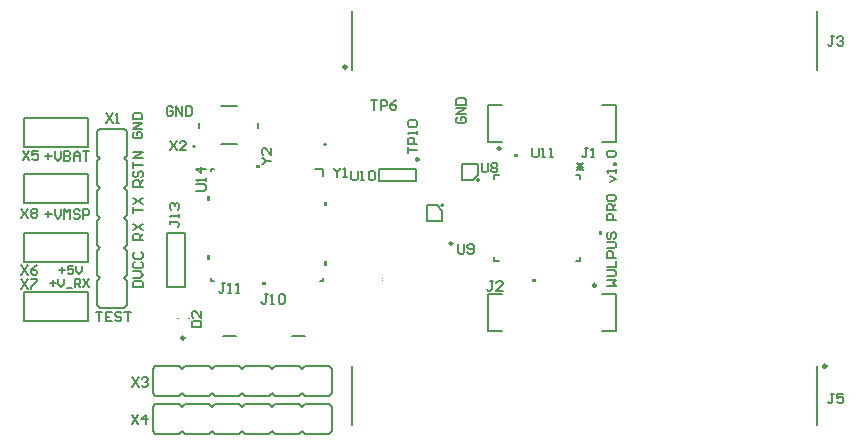
<source format=gto>
G04*
G04 #@! TF.GenerationSoftware,Altium Limited,Altium Designer,24.6.1 (21)*
G04*
G04 Layer_Color=65535*
%FSLAX44Y44*%
%MOMM*%
G71*
G04*
G04 #@! TF.SameCoordinates,E18C277C-CF0C-426E-95C7-D1DF2096CF1D*
G04*
G04*
G04 #@! TF.FilePolarity,Positive*
G04*
G01*
G75*
%ADD10C,0.3000*%
%ADD11C,0.1524*%
%ADD12C,0.2000*%
%ADD13C,0.2500*%
%ADD14C,0.1000*%
%ADD15C,0.1778*%
%ADD16C,0.1500*%
%ADD17C,0.1270*%
G36*
X-279833Y-35212D02*
X-277293D01*
Y-31402D01*
X-279833D01*
Y-35212D01*
D02*
G37*
G36*
X-233205Y-54293D02*
X-229395D01*
Y-56833D01*
X-233205D01*
Y-54293D01*
D02*
G37*
G36*
X-279833Y14801D02*
X-277293D01*
Y18611D01*
X-279833D01*
Y14801D01*
D02*
G37*
G36*
X-238205Y42693D02*
X-234395D01*
Y45233D01*
X-238205D01*
Y42693D01*
D02*
G37*
G36*
X-177767Y-40213D02*
X-180307D01*
Y-36403D01*
X-177767D01*
Y-40213D01*
D02*
G37*
G36*
Y9799D02*
X-180307D01*
Y13609D01*
X-177767D01*
Y9799D01*
D02*
G37*
G36*
X-15875Y52014D02*
Y54554D01*
X-19685D01*
Y52014D01*
X-15875D01*
D02*
G37*
G36*
X-635Y-52014D02*
Y-54554D01*
X-4445D01*
Y-52014D01*
X-635D01*
D02*
G37*
G36*
X52014Y-14605D02*
Y-10795D01*
X54554D01*
Y-14605D01*
X52014D01*
D02*
G37*
D10*
X244500Y-125500D02*
G03*
X244500Y-125500I-1000J0D01*
G01*
X-161750Y128000D02*
G03*
X-161750Y128000I-1000J0D01*
G01*
D11*
X-179238Y62250D02*
G03*
X-179238Y62250I-762J0D01*
G01*
X-156500Y125000D02*
Y175000D01*
X236500Y125000D02*
Y175000D01*
X36322Y32664D02*
Y36322D01*
X32664D02*
X36322D01*
X-36322Y32664D02*
Y36322D01*
Y-36322D02*
X-32664D01*
X36322D02*
Y-32664D01*
X-36322Y36322D02*
X-32664D01*
X-36322Y-36322D02*
Y-32664D01*
X32664Y-36322D02*
X36322D01*
X236500Y-175000D02*
Y-125000D01*
X-156500Y-175000D02*
Y-125000D01*
D12*
X-49120Y32120D02*
G03*
X-49120Y32120I-1000J0D01*
G01*
X-79370Y10630D02*
G03*
X-79370Y10630I-1000J0D01*
G01*
X-289750Y60500D02*
G03*
X-289750Y60500I-1000J0D01*
G01*
X-380200Y-87446D02*
Y-62554D01*
X-434800Y-87446D02*
Y-62554D01*
Y-87446D02*
X-380200D01*
X-434800Y-62554D02*
X-380200D01*
Y-37446D02*
Y-12554D01*
X-434800Y-37446D02*
Y-12554D01*
Y-37446D02*
X-380200D01*
X-434800Y-12554D02*
X-380200D01*
Y12554D02*
Y37446D01*
X-434800Y12554D02*
Y37446D01*
Y12554D02*
X-380200D01*
X-434800Y37446D02*
X-380200D01*
X-434800Y84946D02*
X-380200D01*
X-434800Y60054D02*
X-380200D01*
X-434800D02*
Y84946D01*
X-380200Y60054D02*
Y84946D01*
X-54750Y32120D02*
X-50120Y36750D01*
Y45380D01*
X-63380D02*
X-50120D01*
X-63380Y32120D02*
Y45380D01*
Y32120D02*
X-54750D01*
X-80370Y-2630D02*
Y6000D01*
X-93630Y-2630D02*
X-80370D01*
X-93630D02*
Y10630D01*
X-85000D01*
X-80370Y6000D01*
X-103000Y31250D02*
Y41250D01*
X-134000Y31250D02*
X-103000D01*
X-134000Y41250D02*
X-103000D01*
X-134000Y31250D02*
Y41250D01*
X-304500Y-85000D02*
Y-84500D01*
X-295000Y-85000D02*
Y-84500D01*
X-313500Y-12500D02*
X-298500D01*
Y-58500D02*
Y-12500D01*
X-298500Y-58500D02*
X-298500Y-58500D01*
X-313500Y-58500D02*
X-298500D01*
X-313500D02*
Y-12500D01*
X-266250Y-99750D02*
X-254750D01*
X66500Y-95400D02*
Y-64600D01*
X-41500D02*
X-30250D01*
X55250D02*
X66500D01*
X-41500Y-95400D02*
Y-64600D01*
Y-95400D02*
X-30250D01*
X55250D02*
X66500D01*
X-41500Y64600D02*
Y95400D01*
X55250Y64600D02*
X66500D01*
X-41500D02*
X-30250D01*
X66500D02*
Y95400D01*
X55250D02*
X66500D01*
X-41500D02*
X-30250D01*
X-207750Y-99750D02*
X-196250D01*
D13*
X-100250Y49750D02*
G03*
X-100250Y49750I-1250J0D01*
G01*
X-298750Y-101500D02*
G03*
X-298750Y-101500I-1250J0D01*
G01*
X49750Y-57000D02*
G03*
X49750Y-57000I-1250J0D01*
G01*
X-31000Y58750D02*
G03*
X-31000Y58750I-1250J0D01*
G01*
X-71750Y-21500D02*
G03*
X-71750Y-21500I-1250J0D01*
G01*
D14*
X-131000Y-51500D02*
G03*
X-131000Y-52500I0J-500D01*
G01*
D02*
G03*
X-131000Y-51500I0J500D01*
G01*
X-84000Y33250D02*
G03*
X-84000Y33250I-500J0D01*
G01*
D15*
X-187843Y41450D02*
X-181550D01*
Y35167D02*
Y41450D01*
Y-53050D02*
Y-51050D01*
X-183550Y-53050D02*
X-181550D01*
X-276050D02*
X-274050D01*
X-276050D02*
Y-51050D01*
Y41450D02*
X-274050D01*
X-276050Y39450D02*
Y41450D01*
D16*
X-350090Y-25400D02*
X-347550Y-27940D01*
X-350090Y-25400D02*
X-347550Y-22860D01*
X-350090Y-50800D02*
X-347550Y-53340D01*
X-350090Y-50800D02*
X-347550Y-48260D01*
X-350090Y0D02*
X-347550Y-2540D01*
X-350090Y0D02*
X-347550Y2540D01*
X-350090Y25400D02*
X-347550Y22860D01*
X-372450D02*
X-369910Y25400D01*
X-372450Y27940D02*
X-369910Y25400D01*
X-372450Y-2540D02*
X-369910Y0D01*
X-372450Y2540D02*
X-369910Y0D01*
X-372450Y-27940D02*
X-369910Y-25400D01*
X-372450Y-22860D02*
X-369910Y-25400D01*
X-372450Y-53340D02*
X-369910Y-50800D01*
X-372450Y-48260D02*
X-369910Y-50800D01*
X-347550Y-48260D02*
Y-27940D01*
Y-22860D02*
Y-2540D01*
Y2540D02*
Y22860D01*
X-372450Y-48260D02*
Y-27940D01*
Y-22860D02*
Y-2540D01*
Y2540D02*
Y22860D01*
X-347554Y-73700D02*
Y-53340D01*
X-349854Y-76000D02*
X-347554Y-73700D01*
X-349854Y50600D02*
X-347460Y48206D01*
X-372446Y48300D02*
X-370146Y50600D01*
X-372450Y27940D02*
Y48296D01*
X-372446Y-73700D02*
X-370146Y-76000D01*
X-349854D01*
X-372446Y-73699D02*
Y-53340D01*
X-372446Y52900D02*
X-370146Y50600D01*
X-372446Y52900D02*
Y73256D01*
X-349854Y75556D02*
X-347554Y73256D01*
X-372446D02*
X-370146Y75556D01*
X-349854D01*
X-347554Y52900D02*
Y73256D01*
X-349854Y50600D02*
X-347554Y52900D01*
X-350090Y25400D02*
X-347460Y28030D01*
Y48206D01*
X-298206Y-125460D02*
X-278030D01*
X-275400Y-128090D01*
X-302900Y-125555D02*
X-300600Y-127855D01*
X-323256Y-125555D02*
X-302900D01*
X-325556Y-148146D02*
Y-127855D01*
Y-148146D02*
X-323256Y-150446D01*
X-325556Y-127855D02*
X-323256Y-125555D01*
Y-150446D02*
X-302900D01*
X-300600Y-148146D01*
X-196660Y-150447D02*
X-176301D01*
X-174000Y-148146D02*
Y-127855D01*
X-176300Y-150446D02*
X-174000Y-148146D01*
X-298296Y-150450D02*
X-277940D01*
X-300600Y-148146D02*
X-298300Y-150446D01*
X-300600Y-127855D02*
X-298206Y-125460D01*
X-176300Y-125555D02*
X-174000Y-127855D01*
X-196660Y-125555D02*
X-176300D01*
X-272860Y-150450D02*
X-252540D01*
X-247460D02*
X-227140D01*
X-222060D02*
X-201740D01*
X-272860Y-125550D02*
X-252540D01*
X-247460D02*
X-227140D01*
X-222060D02*
X-201740D01*
Y-150450D02*
X-199200Y-147910D01*
X-196660Y-150450D01*
X-227140D02*
X-224600Y-147910D01*
X-222060Y-150450D01*
X-252540D02*
X-250000Y-147910D01*
X-247460Y-150450D01*
X-277940D02*
X-275400Y-147910D01*
X-272860Y-150450D01*
X-275400Y-128090D02*
X-272860Y-125550D01*
X-252540D02*
X-250000Y-128090D01*
X-247460Y-125550D01*
X-201740D02*
X-199200Y-128090D01*
X-196660Y-125550D01*
X-227140D02*
X-224600Y-128090D01*
X-222060Y-125550D01*
X-298206Y-157460D02*
X-278030D01*
X-275400Y-160090D01*
X-302900Y-157555D02*
X-300600Y-159855D01*
X-323256Y-157555D02*
X-302900D01*
X-325556Y-180146D02*
Y-159855D01*
Y-180146D02*
X-323256Y-182446D01*
X-325556Y-159855D02*
X-323256Y-157555D01*
Y-182446D02*
X-302900D01*
X-300600Y-180146D01*
X-196660Y-182447D02*
X-176301D01*
X-174000Y-180146D02*
Y-159855D01*
X-176300Y-182446D02*
X-174000Y-180146D01*
X-298296Y-182450D02*
X-277940D01*
X-300600Y-180146D02*
X-298300Y-182446D01*
X-300600Y-159855D02*
X-298206Y-157460D01*
X-176300Y-157555D02*
X-174000Y-159855D01*
X-196660Y-157555D02*
X-176300D01*
X-272860Y-182450D02*
X-252540D01*
X-247460D02*
X-227140D01*
X-222060D02*
X-201740D01*
X-272860Y-157550D02*
X-252540D01*
X-247460D02*
X-227140D01*
X-222060D02*
X-201740D01*
Y-182450D02*
X-199200Y-179910D01*
X-196660Y-182450D01*
X-227140D02*
X-224600Y-179910D01*
X-222060Y-182450D01*
X-252540D02*
X-250000Y-179910D01*
X-247460Y-182450D01*
X-277940D02*
X-275400Y-179910D01*
X-272860Y-182450D01*
X-275400Y-160090D02*
X-272860Y-157550D01*
X-252540D02*
X-250000Y-160090D01*
X-247460Y-157550D01*
X-201740D02*
X-199200Y-160090D01*
X-196660Y-157550D01*
X-227140D02*
X-224600Y-160090D01*
X-222060Y-157550D01*
X-308418Y93414D02*
X-309751Y94747D01*
X-312417D01*
X-313750Y93414D01*
Y88083D01*
X-312417Y86750D01*
X-309751D01*
X-308418Y88083D01*
Y90749D01*
X-311084D01*
X-305753Y86750D02*
Y94747D01*
X-300421Y86750D01*
Y94747D01*
X-297755D02*
Y86750D01*
X-293757D01*
X-292424Y88083D01*
Y93414D01*
X-293757Y94747D01*
X-297755D01*
X-67127Y85444D02*
X-68460Y84111D01*
Y81446D01*
X-67127Y80113D01*
X-61796D01*
X-60463Y81446D01*
Y84111D01*
X-61796Y85444D01*
X-64462D01*
Y82778D01*
X-60463Y88110D02*
X-68460D01*
X-60463Y93442D01*
X-68460D01*
Y96108D02*
X-60463D01*
Y100106D01*
X-61796Y101439D01*
X-67127D01*
X-68460Y100106D01*
Y96108D01*
X58753Y-57500D02*
X66750D01*
X64084Y-54834D01*
X66750Y-52168D01*
X58753D01*
Y-49503D02*
X65417D01*
X66750Y-48170D01*
Y-45504D01*
X65417Y-44171D01*
X58753D01*
Y-41505D02*
X66750D01*
Y-36174D01*
Y-33508D02*
X58753D01*
Y-29509D01*
X60086Y-28176D01*
X62751D01*
X64084Y-29509D01*
Y-33508D01*
X58753Y-25510D02*
X65417D01*
X66750Y-24177D01*
Y-21512D01*
X65417Y-20179D01*
X58753D01*
X60086Y-12181D02*
X58753Y-13514D01*
Y-16180D01*
X60086Y-17513D01*
X61418D01*
X62751Y-16180D01*
Y-13514D01*
X64084Y-12181D01*
X65417D01*
X66750Y-13514D01*
Y-16180D01*
X65417Y-17513D01*
X66750Y-1518D02*
X58753D01*
Y2481D01*
X60086Y3814D01*
X62751D01*
X64084Y2481D01*
Y-1518D01*
X66750Y6479D02*
X58753D01*
Y10478D01*
X60086Y11811D01*
X62751D01*
X64084Y10478D01*
Y6479D01*
Y9145D02*
X66750Y11811D01*
X58753Y18476D02*
Y15810D01*
X60086Y14477D01*
X65417D01*
X66750Y15810D01*
Y18476D01*
X65417Y19808D01*
X60086D01*
X58753Y18476D01*
X61418Y30472D02*
X66750Y33137D01*
X61418Y35803D01*
X66750Y38469D02*
Y41135D01*
Y39802D01*
X58753D01*
X60086Y38469D01*
X66750Y45134D02*
X65417D01*
Y46466D01*
X66750D01*
Y45134D01*
X60086Y51798D02*
X58753Y53131D01*
Y55797D01*
X60086Y57130D01*
X65417D01*
X66750Y55797D01*
Y53131D01*
X65417Y51798D01*
X60086D01*
X-341165Y72832D02*
X-342497Y71499D01*
Y68833D01*
X-341165Y67500D01*
X-335833D01*
X-334500Y68833D01*
Y71499D01*
X-335833Y72832D01*
X-338499D01*
Y70166D01*
X-334500Y75497D02*
X-342497D01*
X-334500Y80829D01*
X-342497D01*
Y83495D02*
X-334500D01*
Y87493D01*
X-335833Y88826D01*
X-341165D01*
X-342497Y87493D01*
Y83495D01*
X-334000Y26500D02*
X-341997D01*
Y30499D01*
X-340664Y31832D01*
X-337999D01*
X-336666Y30499D01*
Y26500D01*
Y29166D02*
X-334000Y31832D01*
X-340664Y39829D02*
X-341997Y38496D01*
Y35830D01*
X-340664Y34497D01*
X-339332D01*
X-337999Y35830D01*
Y38496D01*
X-336666Y39829D01*
X-335333D01*
X-334000Y38496D01*
Y35830D01*
X-335333Y34497D01*
X-341997Y42495D02*
Y47826D01*
Y45161D01*
X-334000D01*
Y50492D02*
X-341997D01*
X-334000Y55824D01*
X-341997D01*
Y4000D02*
Y9332D01*
Y6666D01*
X-334000D01*
X-341997Y11997D02*
X-334000Y17329D01*
X-341997D02*
X-334000Y11997D01*
Y-18500D02*
X-341997D01*
Y-14501D01*
X-340664Y-13168D01*
X-337999D01*
X-336666Y-14501D01*
Y-18500D01*
Y-15834D02*
X-334000Y-13168D01*
X-341997Y-10503D02*
X-334000Y-5171D01*
X-341997D02*
X-334000Y-10503D01*
X-373500Y-79503D02*
X-368168D01*
X-370834D01*
Y-87500D01*
X-360171Y-79503D02*
X-365503D01*
Y-87500D01*
X-360171D01*
X-365503Y-83501D02*
X-362837D01*
X-352174Y-80836D02*
X-353507Y-79503D01*
X-356172D01*
X-357505Y-80836D01*
Y-82168D01*
X-356172Y-83501D01*
X-353507D01*
X-352174Y-84834D01*
Y-86167D01*
X-353507Y-87500D01*
X-356172D01*
X-357505Y-86167D01*
X-349508Y-79503D02*
X-344176D01*
X-346842D01*
Y-87500D01*
X-341997Y-58500D02*
X-334000D01*
Y-54501D01*
X-335333Y-53168D01*
X-340664D01*
X-341997Y-54501D01*
Y-58500D01*
Y-50503D02*
X-336666D01*
X-334000Y-47837D01*
X-336666Y-45171D01*
X-341997D01*
X-340664Y-37174D02*
X-341997Y-38507D01*
Y-41172D01*
X-340664Y-42505D01*
X-335333D01*
X-334000Y-41172D01*
Y-38507D01*
X-335333Y-37174D01*
X-340664Y-29176D02*
X-341997Y-30509D01*
Y-33175D01*
X-340664Y-34508D01*
X-335333D01*
X-334000Y-33175D01*
Y-30509D01*
X-335333Y-29176D01*
X-412500Y-54835D02*
X-407835D01*
X-410168Y-52502D02*
Y-57167D01*
X-405502Y-51336D02*
Y-56001D01*
X-403170Y-58334D01*
X-400837Y-56001D01*
Y-51336D01*
X-398504Y-59500D02*
X-393839D01*
X-391507Y-58334D02*
Y-51336D01*
X-388008D01*
X-386842Y-52502D01*
Y-54835D01*
X-388008Y-56001D01*
X-391507D01*
X-389174D02*
X-386842Y-58334D01*
X-384509Y-51336D02*
X-379844Y-58334D01*
Y-51336D02*
X-384509Y-58334D01*
X-404500Y-44001D02*
X-399835D01*
X-402167Y-41669D02*
Y-46334D01*
X-392837Y-40502D02*
X-397502D01*
Y-44001D01*
X-395170Y-42835D01*
X-394003D01*
X-392837Y-44001D01*
Y-46334D01*
X-394003Y-47500D01*
X-396336D01*
X-397502Y-46334D01*
X-390504Y-40502D02*
Y-45167D01*
X-388172Y-47500D01*
X-385839Y-45167D01*
Y-40502D01*
X-416500Y3499D02*
X-411168D01*
X-413834Y6165D02*
Y833D01*
X-408503Y7497D02*
Y2166D01*
X-405837Y-500D01*
X-403171Y2166D01*
Y7497D01*
X-400505Y-500D02*
Y7497D01*
X-397839Y4832D01*
X-395174Y7497D01*
Y-500D01*
X-387176Y6165D02*
X-388509Y7497D01*
X-391175D01*
X-392508Y6165D01*
Y4832D01*
X-391175Y3499D01*
X-388509D01*
X-387176Y2166D01*
Y833D01*
X-388509Y-500D01*
X-391175D01*
X-392508Y833D01*
X-384510Y-500D02*
Y7497D01*
X-380512D01*
X-379179Y6165D01*
Y3499D01*
X-380512Y2166D01*
X-384510D01*
X-416500Y52499D02*
X-411168D01*
X-413834Y55164D02*
Y49833D01*
X-408503Y56497D02*
Y51166D01*
X-405837Y48500D01*
X-403171Y51166D01*
Y56497D01*
X-400505D02*
Y48500D01*
X-396507D01*
X-395174Y49833D01*
Y51166D01*
X-396507Y52499D01*
X-400505D01*
X-396507D01*
X-395174Y53832D01*
Y55164D01*
X-396507Y56497D01*
X-400505D01*
X-392508Y48500D02*
Y53832D01*
X-389842Y56497D01*
X-387176Y53832D01*
Y48500D01*
Y52499D01*
X-392508D01*
X-384510Y56497D02*
X-379179D01*
X-381844D01*
Y48500D01*
X39165Y46250D02*
X33833Y40918D01*
Y46250D02*
X39165Y40918D01*
X36499Y46250D02*
Y40918D01*
X33833Y43584D02*
X39165D01*
X-109499Y54755D02*
Y60086D01*
Y57420D01*
X-101501D01*
Y62752D02*
X-109499D01*
Y66751D01*
X-108166Y68084D01*
X-105500D01*
X-104167Y66751D01*
Y62752D01*
X-101501Y70749D02*
Y73415D01*
Y72082D01*
X-109499D01*
X-108166Y70749D01*
Y77414D02*
X-109499Y78747D01*
Y81413D01*
X-108166Y82746D01*
X-102834D01*
X-101501Y81413D01*
Y78747D01*
X-102834Y77414D01*
X-108166D01*
X-140663Y99749D02*
X-135332D01*
X-137997D01*
Y91751D01*
X-132666D02*
Y99749D01*
X-128667D01*
X-127334Y98416D01*
Y95750D01*
X-128667Y94417D01*
X-132666D01*
X-119337Y99749D02*
X-122003Y98416D01*
X-124668Y95750D01*
Y93084D01*
X-123336Y91751D01*
X-120670D01*
X-119337Y93084D01*
Y94417D01*
X-120670Y95750D01*
X-124668D01*
X-37333Y-53501D02*
X-39999D01*
X-38666D01*
Y-60166D01*
X-39999Y-61499D01*
X-41332D01*
X-42664Y-60166D01*
X-29335Y-61499D02*
X-34667D01*
X-29335Y-56167D01*
Y-54834D01*
X-30668Y-53501D01*
X-33334D01*
X-34667Y-54834D01*
X43000Y59249D02*
X40334D01*
X41667D01*
Y52584D01*
X40334Y51251D01*
X39001D01*
X37668Y52584D01*
X45666Y51251D02*
X48332D01*
X46999D01*
Y59249D01*
X45666Y57916D01*
X-288749Y23253D02*
X-282084D01*
X-280751Y24586D01*
Y27252D01*
X-282084Y28585D01*
X-288749D01*
X-280751Y31251D02*
Y33916D01*
Y32584D01*
X-288749D01*
X-287416Y31251D01*
X-280751Y41914D02*
X-288749D01*
X-284750Y37915D01*
Y43247D01*
X-4144Y59405D02*
Y52740D01*
X-2811Y51407D01*
X-145D01*
X1188Y52740D01*
Y59405D01*
X3854Y51407D02*
X6519D01*
X5186D01*
Y59405D01*
X3854Y58072D01*
X10518Y51407D02*
X13184D01*
X11851D01*
Y59405D01*
X10518Y58072D01*
X-233249Y45585D02*
X-231916D01*
X-229250Y48251D01*
X-231916Y50917D01*
X-233249D01*
X-229250Y48251D02*
X-225251D01*
Y58914D02*
Y53583D01*
X-230583Y58914D01*
X-231916D01*
X-233249Y57582D01*
Y54916D01*
X-231916Y53583D01*
X-172082Y42749D02*
Y41416D01*
X-169416Y38750D01*
X-166750Y41416D01*
Y42749D01*
X-169416Y38750D02*
Y34751D01*
X-164084D02*
X-161418D01*
X-162751D01*
Y42749D01*
X-164084Y41416D01*
X-436665Y7999D02*
X-431333Y1D01*
Y7999D02*
X-436665Y1D01*
X-428667Y6666D02*
X-427334Y7999D01*
X-424668D01*
X-423335Y6666D01*
Y5333D01*
X-424668Y4000D01*
X-423335Y2667D01*
Y1334D01*
X-424668Y1D01*
X-427334D01*
X-428667Y1334D01*
Y2667D01*
X-427334Y4000D01*
X-428667Y5333D01*
Y6666D01*
X-427334Y4000D02*
X-424668D01*
X-436665Y-52001D02*
X-431333Y-59999D01*
Y-52001D02*
X-436665Y-59999D01*
X-428667Y-52001D02*
X-423335D01*
Y-53334D01*
X-428667Y-58666D01*
Y-59999D01*
X-436665Y-40001D02*
X-431333Y-47999D01*
Y-40001D02*
X-436665Y-47999D01*
X-423335Y-40001D02*
X-426001Y-41334D01*
X-428667Y-44000D01*
Y-46666D01*
X-427334Y-47999D01*
X-424668D01*
X-423335Y-46666D01*
Y-45333D01*
X-424668Y-44000D01*
X-428667D01*
X-435664Y56999D02*
X-430333Y49001D01*
Y56999D02*
X-435664Y49001D01*
X-422336Y56999D02*
X-427667D01*
Y53000D01*
X-425001Y54333D01*
X-423668D01*
X-422336Y53000D01*
Y50334D01*
X-423668Y49001D01*
X-426334D01*
X-427667Y50334D01*
X-343164Y-166501D02*
X-337833Y-174499D01*
Y-166501D02*
X-343164Y-174499D01*
X-331168D02*
Y-166501D01*
X-335167Y-170500D01*
X-329836D01*
X-342915Y-134751D02*
X-337583Y-142749D01*
Y-134751D02*
X-342915Y-142749D01*
X-334917Y-136084D02*
X-333584Y-134751D01*
X-330918D01*
X-329585Y-136084D01*
Y-137417D01*
X-330918Y-138750D01*
X-332251D01*
X-330918D01*
X-329585Y-140083D01*
Y-141416D01*
X-330918Y-142749D01*
X-333584D01*
X-334917Y-141416D01*
X-310665Y65249D02*
X-305333Y57251D01*
Y65249D02*
X-310665Y57251D01*
X-297335D02*
X-302667D01*
X-297335Y62583D01*
Y63916D01*
X-298668Y65249D01*
X-301334D01*
X-302667Y63916D01*
X-364832Y88749D02*
X-359500Y80751D01*
Y88749D02*
X-364832Y80751D01*
X-356834D02*
X-354168D01*
X-355501D01*
Y88749D01*
X-356834Y87416D01*
X-157497Y39999D02*
Y33334D01*
X-156164Y32001D01*
X-153498D01*
X-152165Y33334D01*
Y39999D01*
X-149499Y32001D02*
X-146834D01*
X-148167D01*
Y39999D01*
X-149499Y38666D01*
X-142835D02*
X-141502Y39999D01*
X-138836D01*
X-137503Y38666D01*
Y33334D01*
X-138836Y32001D01*
X-141502D01*
X-142835Y33334D01*
Y38666D01*
X-67115Y-22117D02*
Y-28782D01*
X-65782Y-30115D01*
X-63116D01*
X-61783Y-28782D01*
Y-22117D01*
X-59117Y-28782D02*
X-57784Y-30115D01*
X-55118D01*
X-53786Y-28782D01*
Y-23450D01*
X-55118Y-22117D01*
X-57784D01*
X-59117Y-23450D01*
Y-24783D01*
X-57784Y-26116D01*
X-53786D01*
X-47018Y46642D02*
Y39978D01*
X-45685Y38645D01*
X-43019D01*
X-41686Y39978D01*
Y46642D01*
X-39021Y45310D02*
X-37688Y46642D01*
X-35022D01*
X-33689Y45310D01*
Y43977D01*
X-35022Y42644D01*
X-33689Y41311D01*
Y39978D01*
X-35022Y38645D01*
X-37688D01*
X-39021Y39978D01*
Y41311D01*
X-37688Y42644D01*
X-39021Y43977D01*
Y45310D01*
X-37688Y42644D02*
X-35022D01*
X-310999Y-2165D02*
Y-4831D01*
Y-3498D01*
X-304334D01*
X-303001Y-4831D01*
Y-6164D01*
X-304334Y-7497D01*
X-303001Y501D02*
Y3167D01*
Y1834D01*
X-310999D01*
X-309666Y501D01*
Y7165D02*
X-310999Y8498D01*
Y11164D01*
X-309666Y12497D01*
X-308333D01*
X-307000Y11164D01*
Y9831D01*
Y11164D01*
X-305667Y12497D01*
X-304334D01*
X-303001Y11164D01*
Y8498D01*
X-304334Y7165D01*
X-264332Y-55251D02*
X-266998D01*
X-265665D01*
Y-61916D01*
X-266998Y-63249D01*
X-268331D01*
X-269664Y-61916D01*
X-261667Y-63249D02*
X-259001D01*
X-260333D01*
Y-55251D01*
X-261667Y-56584D01*
X-255002Y-63249D02*
X-252336D01*
X-253669D01*
Y-55251D01*
X-255002Y-56584D01*
X-228165Y-64501D02*
X-230831D01*
X-229498D01*
Y-71166D01*
X-230831Y-72499D01*
X-232164D01*
X-233497Y-71166D01*
X-225499Y-72499D02*
X-222834D01*
X-224167D01*
Y-64501D01*
X-225499Y-65834D01*
X-218835D02*
X-217502Y-64501D01*
X-214836D01*
X-213503Y-65834D01*
Y-71166D01*
X-214836Y-72499D01*
X-217502D01*
X-218835Y-71166D01*
Y-65834D01*
X251167Y-148751D02*
X248501D01*
X249834D01*
Y-155416D01*
X248501Y-156749D01*
X247168D01*
X245835Y-155416D01*
X259165Y-148751D02*
X253833D01*
Y-152750D01*
X256499Y-151417D01*
X257832D01*
X259165Y-152750D01*
Y-155416D01*
X257832Y-156749D01*
X255166D01*
X253833Y-155416D01*
X251167Y153999D02*
X248501D01*
X249834D01*
Y147334D01*
X248501Y146001D01*
X247168D01*
X245835Y147334D01*
X253833Y152666D02*
X255166Y153999D01*
X257832D01*
X259165Y152666D01*
Y151333D01*
X257832Y150000D01*
X256499D01*
X257832D01*
X259165Y148667D01*
Y147334D01*
X257832Y146001D01*
X255166D01*
X253833Y147334D01*
X-292499Y-92415D02*
X-284501D01*
Y-88416D01*
X-285834Y-87083D01*
X-291166D01*
X-292499Y-88416D01*
Y-92415D01*
X-284501Y-79085D02*
Y-84417D01*
X-289833Y-79085D01*
X-291166D01*
X-292499Y-80418D01*
Y-83084D01*
X-291166Y-84417D01*
D17*
X-236000Y76500D02*
Y80500D01*
X-286000Y76500D02*
Y80500D01*
X-268000Y62500D02*
X-254000D01*
X-268000Y94500D02*
X-254000D01*
M02*

</source>
